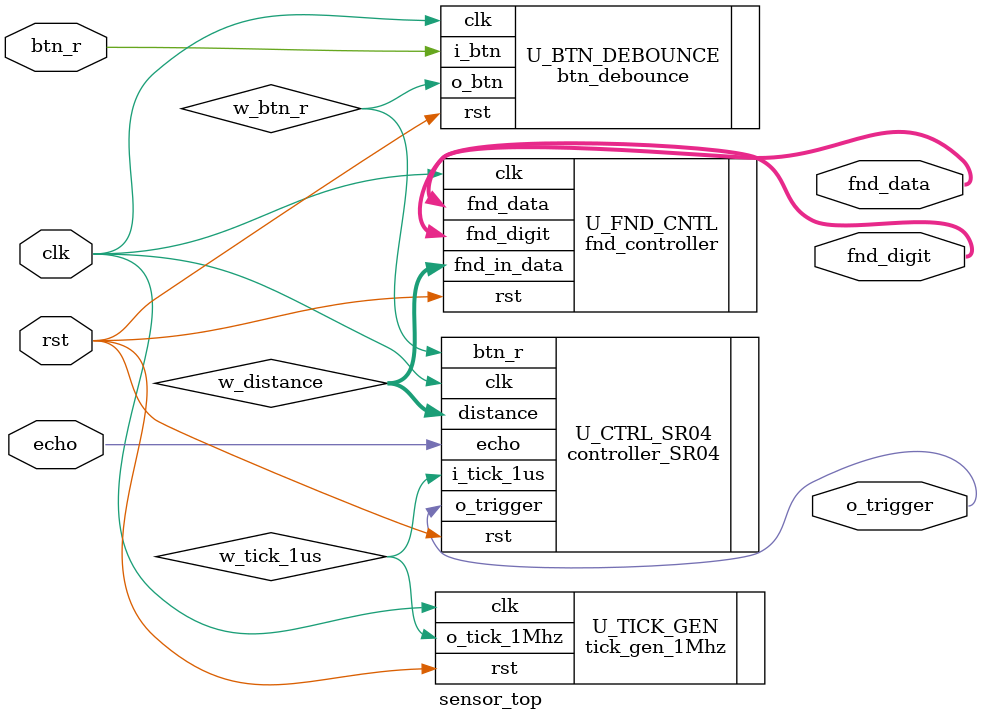
<source format=v>
`timescale 1ns / 1ps

module sensor_top (
    input        clk,
    input        rst,
    input        btn_r,
    input        echo,
    output       o_trigger,
    output [3:0] fnd_digit,
    output [7:0] fnd_data
);
    wire w_btn_r, w_tick_1us;
    wire [23:0] w_distance;

    controller_SR04 U_CTRL_SR04 (
        .clk       (clk),
        .rst       (rst),
        .btn_r     (w_btn_r),
        .i_tick_1us(w_tick_1us),
        .echo      (echo),
        .o_trigger (o_trigger),
        .distance  (w_distance)
    );

    tick_gen_1Mhz U_TICK_GEN (
        .clk        (clk),
        .rst        (rst),
        .o_tick_1Mhz(w_tick_1us)
    );

    btn_debounce U_BTN_DEBOUNCE (
        .clk  (clk),
        .rst  (rst),
        .i_btn(btn_r),
        .o_btn(w_btn_r)
    );

    fnd_controller U_FND_CNTL (
        .clk        (clk),
        .rst        (rst),
        .fnd_in_data(w_distance),
        .fnd_digit  (fnd_digit),
        .fnd_data   (fnd_data)
    );

endmodule

</source>
